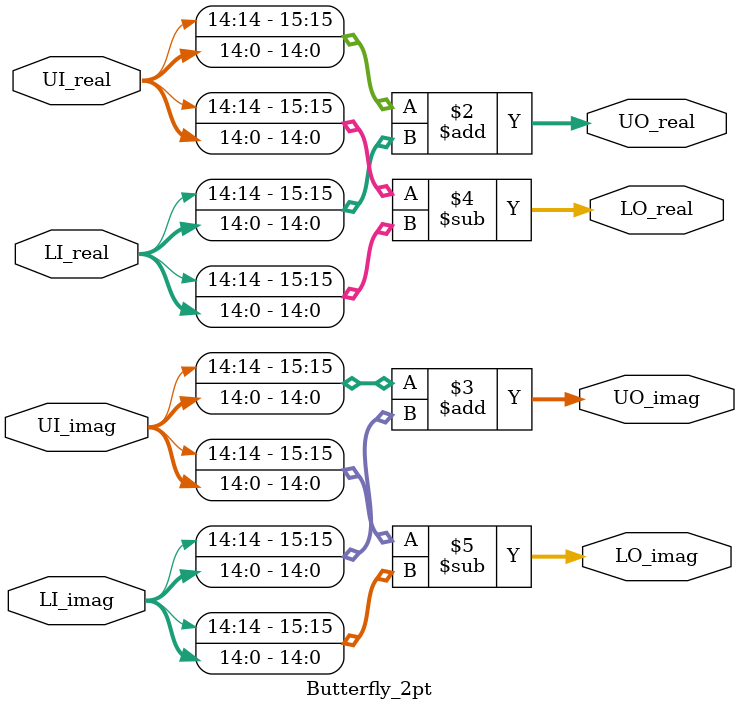
<source format=v>
`timescale 1ns / 1ps
module Butterfly_2pt(UI_real, UI_imag, LI_real, LI_imag, UO_real, UO_imag, LO_real, LO_imag);

input [14:0] UI_real, UI_imag, LI_real, LI_imag;          // input  S5.9     15bits

output [15:0] UO_real, UO_imag, LO_real, LO_imag;       // output  S6.9     16bits

// input
wire signed [14:0] UI_real, UI_imag, LI_real, LI_imag;

// output
reg signed [15:0] UO_real, UO_imag, LO_real, LO_imag;

always@ (UI_real or UI_imag or LI_real or LI_imag)
begin
    UO_real = {UI_real[14], UI_real} + {LI_real[14], LI_real};          // signed extention
    UO_imag = {UI_imag[14], UI_imag} + {LI_imag[14], LI_imag};
    LO_real = {UI_real[14], UI_real} - {LI_real[14], LI_real};
    LO_imag = {UI_imag[14], UI_imag} - {LI_imag[14], LI_imag};
end

endmodule

</source>
